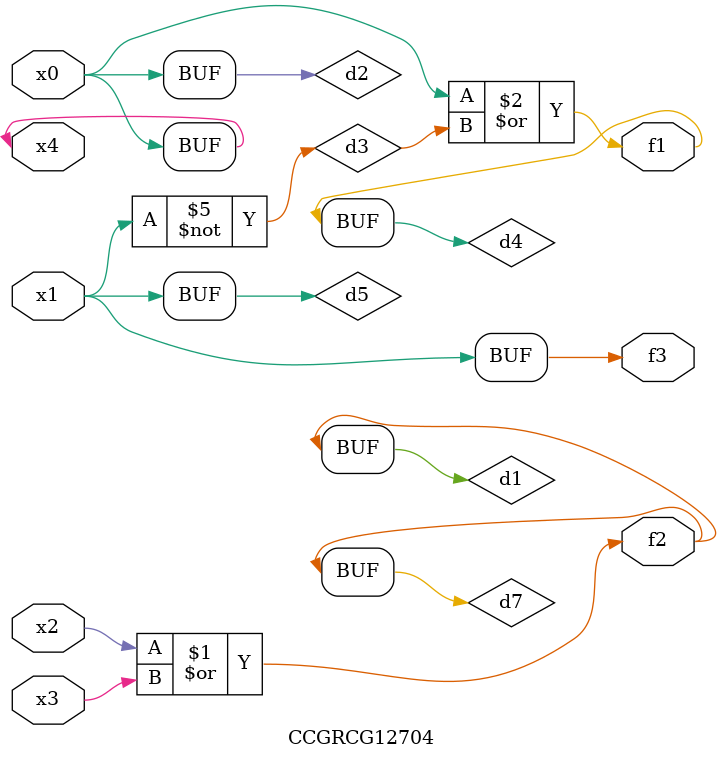
<source format=v>
module CCGRCG12704(
	input x0, x1, x2, x3, x4,
	output f1, f2, f3
);

	wire d1, d2, d3, d4, d5, d6, d7;

	or (d1, x2, x3);
	buf (d2, x0, x4);
	not (d3, x1);
	or (d4, d2, d3);
	not (d5, d3);
	nand (d6, d1, d3);
	or (d7, d1);
	assign f1 = d4;
	assign f2 = d7;
	assign f3 = d5;
endmodule

</source>
